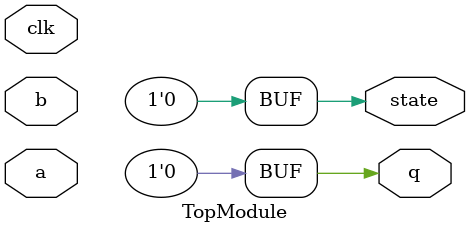
<source format=v>
module TopModule (
  input clk,
  input a,
  input b,
  output q,
  output state
);

  // Default assignments (required for synthesis)
  assign q = 0;
  assign state = 0;

endmodule
</source>
